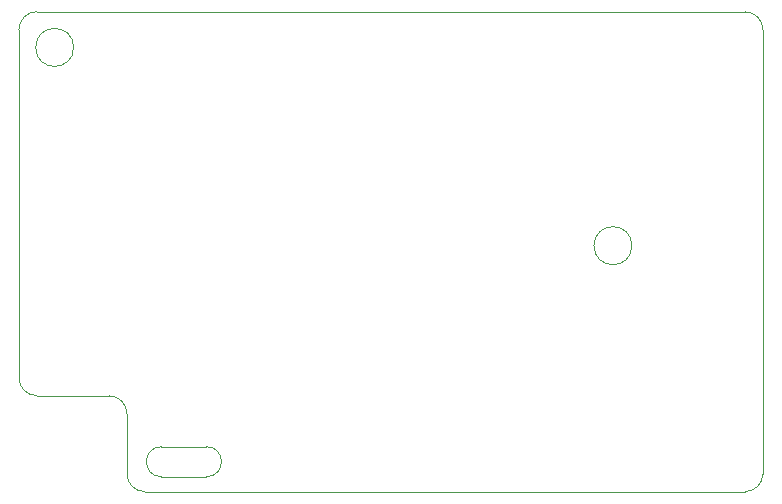
<source format=gbr>
G04 #@! TF.GenerationSoftware,KiCad,Pcbnew,5.1.5-52549c5~84~ubuntu18.04.1*
G04 #@! TF.CreationDate,2020-02-11T17:06:34+00:00*
G04 #@! TF.ProjectId,transmitter,7472616e-736d-4697-9474-65722e6b6963,rev?*
G04 #@! TF.SameCoordinates,Original*
G04 #@! TF.FileFunction,Profile,NP*
%FSLAX46Y46*%
G04 Gerber Fmt 4.6, Leading zero omitted, Abs format (unit mm)*
G04 Created by KiCad (PCBNEW 5.1.5-52549c5~84~ubuntu18.04.1) date 2020-02-11 17:06:34*
%MOMM*%
%LPD*%
G04 APERTURE LIST*
%ADD10C,0.050000*%
G04 APERTURE END LIST*
D10*
X140208000Y-52324000D02*
G75*
G02X141732000Y-53848000I0J-1524000D01*
G01*
X141732000Y-91440000D02*
G75*
G02X140208000Y-92964000I-1524000J0D01*
G01*
X89408000Y-92964000D02*
G75*
G02X87884000Y-91440000I0J1524000D01*
G01*
X86360000Y-84836000D02*
G75*
G02X87884000Y-86360000I0J-1524000D01*
G01*
X80264000Y-84836000D02*
G75*
G02X78740000Y-83312000I0J1524000D01*
G01*
X78740000Y-53848000D02*
G75*
G02X80264000Y-52324000I1524000J0D01*
G01*
X83370437Y-55348000D02*
G75*
G03X83370437Y-55348000I-1606437J0D01*
G01*
X130638437Y-72136000D02*
G75*
G03X130638437Y-72136000I-1606437J0D01*
G01*
X140208000Y-92964000D02*
X89408000Y-92964000D01*
X141732000Y-53848000D02*
X141732000Y-91440000D01*
X87884000Y-86360000D02*
X87884000Y-91440000D01*
X80264000Y-84836000D02*
X86360000Y-84836000D01*
X80264000Y-52324000D02*
X140208000Y-52324000D01*
X78740000Y-53848000D02*
X78740000Y-83312000D01*
X90805000Y-91694000D02*
X94615000Y-91694000D01*
X94615000Y-89154000D02*
G75*
G02X94615000Y-91694000I0J-1270000D01*
G01*
X90805000Y-91694000D02*
G75*
G02X90805000Y-89154000I0J1270000D01*
G01*
X90805000Y-89154000D02*
X94615000Y-89154000D01*
M02*

</source>
